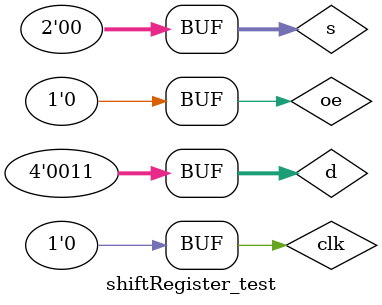
<source format=v>
`timescale 1ns / 1ps


module shiftRegister_test;

	// Inputs
	reg oe;
	reg clk;
	reg [1:0] s;
	reg [3:0] d;

	// Outputs
	wire [3:0] q;

	// Instantiate the Unit Under Test (UUT)
	shiftRegister uut (
		.oe(oe), 
		.clk(clk), 
		.s(s), 
		.d(d), 
		.q(q)
	);

	initial begin
		// Initialize Inputs
		oe = 1;
		clk = 0;
		s = 2'b0;
		d = 4'b0011;

		// Wait 100 ns for global reset to finish
		#10	s=2'b11;clk=1;
		#20	clk=0;
		#30	s=2'b01;clk=1;
		#40	s=2'b10;clk=0;
		#50	clk=1;
		#60	clk=0;
		#70	s=2'b00;
		#80	oe=0;
        
		// Add stimulus here

	end
      
endmodule


</source>
